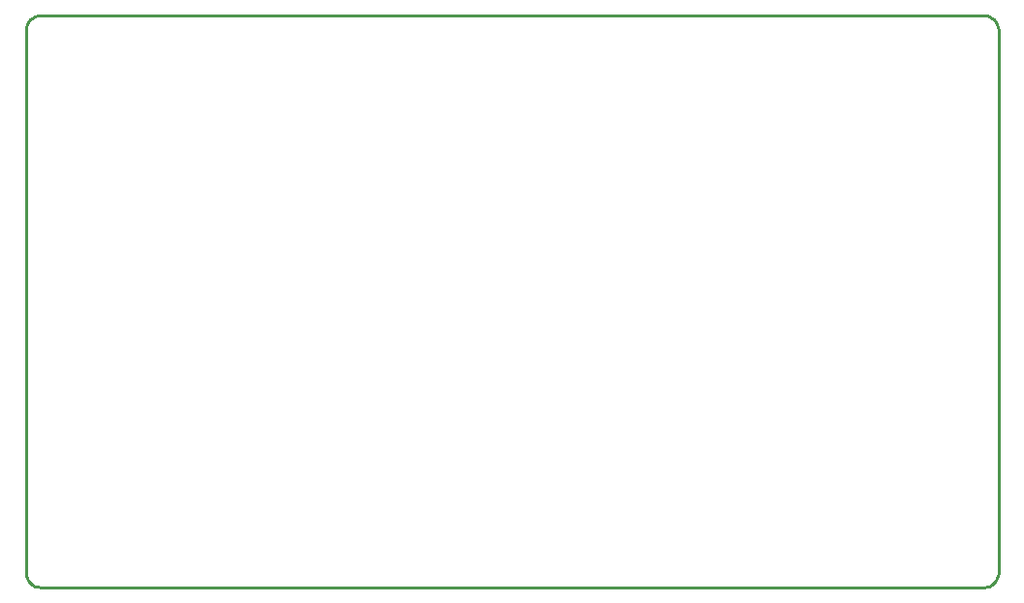
<source format=gko>
G04*
G04 #@! TF.GenerationSoftware,Altium Limited,Altium Designer,21.6.1 (37)*
G04*
G04 Layer_Color=16711935*
%FSLAX25Y25*%
%MOIN*%
G70*
G04*
G04 #@! TF.SameCoordinates,2A1263DF-4826-4A8C-8573-C9EC19C8CB1A*
G04*
G04*
G04 #@! TF.FilePolarity,Positive*
G04*
G01*
G75*
%ADD62C,0.01000*%
D62*
Y5000D02*
X96Y4025D01*
X381Y3087D01*
X843Y2222D01*
X1464Y1464D01*
X2222Y843D01*
X3087Y381D01*
X4025Y96D01*
X5000Y0D01*
X329646D02*
X330621Y96D01*
X331559Y381D01*
X332423Y843D01*
X333181Y1464D01*
X333803Y2222D01*
X334265Y3087D01*
X334550Y4025D01*
X334646Y5000D01*
Y191850D02*
X334550Y192826D01*
X334265Y193764D01*
X333803Y194628D01*
X333181Y195386D01*
X332423Y196008D01*
X331559Y196470D01*
X330621Y196754D01*
X329646Y196850D01*
X5000D02*
X4025Y196754D01*
X3087Y196470D01*
X2222Y196008D01*
X1464Y195386D01*
X843Y194628D01*
X381Y193764D01*
X96Y192826D01*
X0Y191850D01*
Y5000D02*
Y157480D01*
X5000Y0D02*
X329646D01*
X334646Y5000D02*
Y19685D01*
Y18118D02*
Y191850D01*
X5000Y196850D02*
X329646D01*
X0Y157480D02*
Y191850D01*
M02*

</source>
